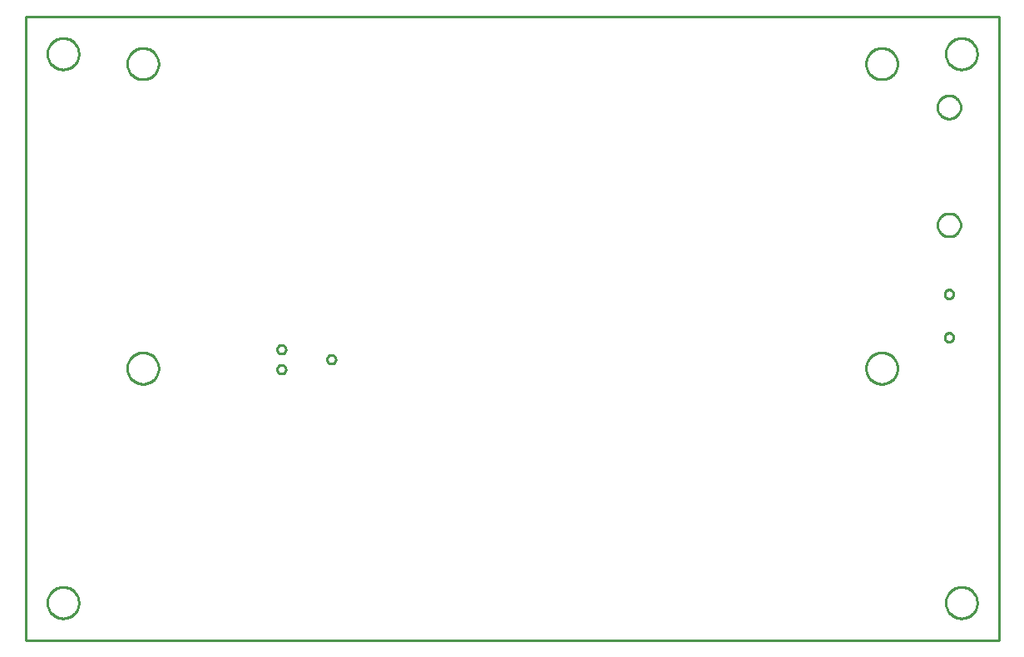
<source format=gbr>
G04 EAGLE Gerber RS-274X export*
G75*
%MOMM*%
%FSLAX34Y34*%
%LPD*%
%IN*%
%IPPOS*%
%AMOC8*
5,1,8,0,0,1.08239X$1,22.5*%
G01*
%ADD10C,0.254000*%


D10*
X0Y0D02*
X990600Y0D01*
X990600Y635000D01*
X0Y635000D01*
X0Y0D01*
X54100Y596376D02*
X54032Y595331D01*
X53895Y594292D01*
X53690Y593265D01*
X53419Y592253D01*
X53083Y591261D01*
X52682Y590293D01*
X52218Y589354D01*
X51695Y588446D01*
X51113Y587575D01*
X50475Y586744D01*
X49784Y585957D01*
X49043Y585216D01*
X48256Y584525D01*
X47425Y583888D01*
X46554Y583306D01*
X45646Y582782D01*
X44707Y582318D01*
X43739Y581917D01*
X42747Y581581D01*
X41735Y581310D01*
X40708Y581105D01*
X39669Y580969D01*
X38624Y580900D01*
X37576Y580900D01*
X36531Y580969D01*
X35492Y581105D01*
X34465Y581310D01*
X33453Y581581D01*
X32461Y581917D01*
X31493Y582318D01*
X30554Y582782D01*
X29646Y583306D01*
X28775Y583888D01*
X27944Y584525D01*
X27157Y585216D01*
X26416Y585957D01*
X25725Y586744D01*
X25088Y587575D01*
X24506Y588446D01*
X23982Y589354D01*
X23518Y590293D01*
X23117Y591261D01*
X22781Y592253D01*
X22510Y593265D01*
X22305Y594292D01*
X22169Y595331D01*
X22100Y596376D01*
X22100Y597424D01*
X22169Y598469D01*
X22305Y599508D01*
X22510Y600535D01*
X22781Y601547D01*
X23117Y602539D01*
X23518Y603507D01*
X23982Y604446D01*
X24506Y605354D01*
X25088Y606225D01*
X25725Y607056D01*
X26416Y607843D01*
X27157Y608584D01*
X27944Y609275D01*
X28775Y609913D01*
X29646Y610495D01*
X30554Y611018D01*
X31493Y611482D01*
X32461Y611883D01*
X33453Y612219D01*
X34465Y612490D01*
X35492Y612695D01*
X36531Y612832D01*
X37576Y612900D01*
X38624Y612900D01*
X39669Y612832D01*
X40708Y612695D01*
X41735Y612490D01*
X42747Y612219D01*
X43739Y611883D01*
X44707Y611482D01*
X45646Y611018D01*
X46554Y610495D01*
X47425Y609913D01*
X48256Y609275D01*
X49043Y608584D01*
X49784Y607843D01*
X50475Y607056D01*
X51113Y606225D01*
X51695Y605354D01*
X52218Y604446D01*
X52682Y603507D01*
X53083Y602539D01*
X53419Y601547D01*
X53690Y600535D01*
X53895Y599508D01*
X54032Y598469D01*
X54100Y597424D01*
X54100Y596376D01*
X54100Y37576D02*
X54032Y36531D01*
X53895Y35492D01*
X53690Y34465D01*
X53419Y33453D01*
X53083Y32461D01*
X52682Y31493D01*
X52218Y30554D01*
X51695Y29646D01*
X51113Y28775D01*
X50475Y27944D01*
X49784Y27157D01*
X49043Y26416D01*
X48256Y25725D01*
X47425Y25088D01*
X46554Y24506D01*
X45646Y23982D01*
X44707Y23518D01*
X43739Y23117D01*
X42747Y22781D01*
X41735Y22510D01*
X40708Y22305D01*
X39669Y22169D01*
X38624Y22100D01*
X37576Y22100D01*
X36531Y22169D01*
X35492Y22305D01*
X34465Y22510D01*
X33453Y22781D01*
X32461Y23117D01*
X31493Y23518D01*
X30554Y23982D01*
X29646Y24506D01*
X28775Y25088D01*
X27944Y25725D01*
X27157Y26416D01*
X26416Y27157D01*
X25725Y27944D01*
X25088Y28775D01*
X24506Y29646D01*
X23982Y30554D01*
X23518Y31493D01*
X23117Y32461D01*
X22781Y33453D01*
X22510Y34465D01*
X22305Y35492D01*
X22169Y36531D01*
X22100Y37576D01*
X22100Y38624D01*
X22169Y39669D01*
X22305Y40708D01*
X22510Y41735D01*
X22781Y42747D01*
X23117Y43739D01*
X23518Y44707D01*
X23982Y45646D01*
X24506Y46554D01*
X25088Y47425D01*
X25725Y48256D01*
X26416Y49043D01*
X27157Y49784D01*
X27944Y50475D01*
X28775Y51113D01*
X29646Y51695D01*
X30554Y52218D01*
X31493Y52682D01*
X32461Y53083D01*
X33453Y53419D01*
X34465Y53690D01*
X35492Y53895D01*
X36531Y54032D01*
X37576Y54100D01*
X38624Y54100D01*
X39669Y54032D01*
X40708Y53895D01*
X41735Y53690D01*
X42747Y53419D01*
X43739Y53083D01*
X44707Y52682D01*
X45646Y52218D01*
X46554Y51695D01*
X47425Y51113D01*
X48256Y50475D01*
X49043Y49784D01*
X49784Y49043D01*
X50475Y48256D01*
X51113Y47425D01*
X51695Y46554D01*
X52218Y45646D01*
X52682Y44707D01*
X53083Y43739D01*
X53419Y42747D01*
X53690Y41735D01*
X53895Y40708D01*
X54032Y39669D01*
X54100Y38624D01*
X54100Y37576D01*
X968500Y596376D02*
X968432Y595331D01*
X968295Y594292D01*
X968090Y593265D01*
X967819Y592253D01*
X967483Y591261D01*
X967082Y590293D01*
X966618Y589354D01*
X966095Y588446D01*
X965513Y587575D01*
X964875Y586744D01*
X964184Y585957D01*
X963443Y585216D01*
X962656Y584525D01*
X961825Y583888D01*
X960954Y583306D01*
X960046Y582782D01*
X959107Y582318D01*
X958139Y581917D01*
X957147Y581581D01*
X956135Y581310D01*
X955108Y581105D01*
X954069Y580969D01*
X953024Y580900D01*
X951976Y580900D01*
X950931Y580969D01*
X949892Y581105D01*
X948865Y581310D01*
X947853Y581581D01*
X946861Y581917D01*
X945893Y582318D01*
X944954Y582782D01*
X944046Y583306D01*
X943175Y583888D01*
X942344Y584525D01*
X941557Y585216D01*
X940816Y585957D01*
X940125Y586744D01*
X939488Y587575D01*
X938906Y588446D01*
X938382Y589354D01*
X937918Y590293D01*
X937517Y591261D01*
X937181Y592253D01*
X936910Y593265D01*
X936705Y594292D01*
X936569Y595331D01*
X936500Y596376D01*
X936500Y597424D01*
X936569Y598469D01*
X936705Y599508D01*
X936910Y600535D01*
X937181Y601547D01*
X937517Y602539D01*
X937918Y603507D01*
X938382Y604446D01*
X938906Y605354D01*
X939488Y606225D01*
X940125Y607056D01*
X940816Y607843D01*
X941557Y608584D01*
X942344Y609275D01*
X943175Y609913D01*
X944046Y610495D01*
X944954Y611018D01*
X945893Y611482D01*
X946861Y611883D01*
X947853Y612219D01*
X948865Y612490D01*
X949892Y612695D01*
X950931Y612832D01*
X951976Y612900D01*
X953024Y612900D01*
X954069Y612832D01*
X955108Y612695D01*
X956135Y612490D01*
X957147Y612219D01*
X958139Y611883D01*
X959107Y611482D01*
X960046Y611018D01*
X960954Y610495D01*
X961825Y609913D01*
X962656Y609275D01*
X963443Y608584D01*
X964184Y607843D01*
X964875Y607056D01*
X965513Y606225D01*
X966095Y605354D01*
X966618Y604446D01*
X967082Y603507D01*
X967483Y602539D01*
X967819Y601547D01*
X968090Y600535D01*
X968295Y599508D01*
X968432Y598469D01*
X968500Y597424D01*
X968500Y596376D01*
X968500Y37576D02*
X968432Y36531D01*
X968295Y35492D01*
X968090Y34465D01*
X967819Y33453D01*
X967483Y32461D01*
X967082Y31493D01*
X966618Y30554D01*
X966095Y29646D01*
X965513Y28775D01*
X964875Y27944D01*
X964184Y27157D01*
X963443Y26416D01*
X962656Y25725D01*
X961825Y25088D01*
X960954Y24506D01*
X960046Y23982D01*
X959107Y23518D01*
X958139Y23117D01*
X957147Y22781D01*
X956135Y22510D01*
X955108Y22305D01*
X954069Y22169D01*
X953024Y22100D01*
X951976Y22100D01*
X950931Y22169D01*
X949892Y22305D01*
X948865Y22510D01*
X947853Y22781D01*
X946861Y23117D01*
X945893Y23518D01*
X944954Y23982D01*
X944046Y24506D01*
X943175Y25088D01*
X942344Y25725D01*
X941557Y26416D01*
X940816Y27157D01*
X940125Y27944D01*
X939488Y28775D01*
X938906Y29646D01*
X938382Y30554D01*
X937918Y31493D01*
X937517Y32461D01*
X937181Y33453D01*
X936910Y34465D01*
X936705Y35492D01*
X936569Y36531D01*
X936500Y37576D01*
X936500Y38624D01*
X936569Y39669D01*
X936705Y40708D01*
X936910Y41735D01*
X937181Y42747D01*
X937517Y43739D01*
X937918Y44707D01*
X938382Y45646D01*
X938906Y46554D01*
X939488Y47425D01*
X940125Y48256D01*
X940816Y49043D01*
X941557Y49784D01*
X942344Y50475D01*
X943175Y51113D01*
X944046Y51695D01*
X944954Y52218D01*
X945893Y52682D01*
X946861Y53083D01*
X947853Y53419D01*
X948865Y53690D01*
X949892Y53895D01*
X950931Y54032D01*
X951976Y54100D01*
X953024Y54100D01*
X954069Y54032D01*
X955108Y53895D01*
X956135Y53690D01*
X957147Y53419D01*
X958139Y53083D01*
X959107Y52682D01*
X960046Y52218D01*
X960954Y51695D01*
X961825Y51113D01*
X962656Y50475D01*
X963443Y49784D01*
X964184Y49043D01*
X964875Y48256D01*
X965513Y47425D01*
X966095Y46554D01*
X966618Y45646D01*
X967082Y44707D01*
X967483Y43739D01*
X967819Y42747D01*
X968090Y41735D01*
X968295Y40708D01*
X968432Y39669D01*
X968500Y38624D01*
X968500Y37576D01*
X306705Y285459D02*
X306781Y284881D01*
X306932Y284318D01*
X307155Y283780D01*
X307446Y283275D01*
X307801Y282813D01*
X308213Y282401D01*
X308675Y282046D01*
X309180Y281755D01*
X309718Y281532D01*
X310281Y281381D01*
X310859Y281305D01*
X311441Y281305D01*
X312019Y281381D01*
X312582Y281532D01*
X313120Y281755D01*
X313625Y282046D01*
X314087Y282401D01*
X314499Y282813D01*
X314854Y283275D01*
X315145Y283780D01*
X315368Y284318D01*
X315519Y284881D01*
X315595Y285459D01*
X315595Y286041D01*
X315519Y286619D01*
X315368Y287182D01*
X315145Y287720D01*
X314854Y288225D01*
X314499Y288687D01*
X314087Y289099D01*
X313625Y289454D01*
X313120Y289745D01*
X312582Y289968D01*
X312019Y290119D01*
X311441Y290195D01*
X310859Y290195D01*
X310281Y290119D01*
X309718Y289968D01*
X309180Y289745D01*
X308675Y289454D01*
X308213Y289099D01*
X307801Y288687D01*
X307446Y288225D01*
X307155Y287720D01*
X306932Y287182D01*
X306781Y286619D01*
X306705Y286041D01*
X306705Y285459D01*
X255905Y275299D02*
X255981Y274721D01*
X256132Y274158D01*
X256355Y273620D01*
X256646Y273115D01*
X257001Y272653D01*
X257413Y272241D01*
X257875Y271886D01*
X258380Y271595D01*
X258918Y271372D01*
X259481Y271221D01*
X260059Y271145D01*
X260641Y271145D01*
X261219Y271221D01*
X261782Y271372D01*
X262320Y271595D01*
X262825Y271886D01*
X263287Y272241D01*
X263699Y272653D01*
X264054Y273115D01*
X264345Y273620D01*
X264568Y274158D01*
X264719Y274721D01*
X264795Y275299D01*
X264795Y275881D01*
X264719Y276459D01*
X264568Y277022D01*
X264345Y277560D01*
X264054Y278065D01*
X263699Y278527D01*
X263287Y278939D01*
X262825Y279294D01*
X262320Y279585D01*
X261782Y279808D01*
X261219Y279959D01*
X260641Y280035D01*
X260059Y280035D01*
X259481Y279959D01*
X258918Y279808D01*
X258380Y279585D01*
X257875Y279294D01*
X257413Y278939D01*
X257001Y278527D01*
X256646Y278065D01*
X256355Y277560D01*
X256132Y277022D01*
X255981Y276459D01*
X255905Y275881D01*
X255905Y275299D01*
X255905Y295619D02*
X255981Y295041D01*
X256132Y294478D01*
X256355Y293940D01*
X256646Y293435D01*
X257001Y292973D01*
X257413Y292561D01*
X257875Y292206D01*
X258380Y291915D01*
X258918Y291692D01*
X259481Y291541D01*
X260059Y291465D01*
X260641Y291465D01*
X261219Y291541D01*
X261782Y291692D01*
X262320Y291915D01*
X262825Y292206D01*
X263287Y292561D01*
X263699Y292973D01*
X264054Y293435D01*
X264345Y293940D01*
X264568Y294478D01*
X264719Y295041D01*
X264795Y295619D01*
X264795Y296201D01*
X264719Y296779D01*
X264568Y297342D01*
X264345Y297880D01*
X264054Y298385D01*
X263699Y298847D01*
X263287Y299259D01*
X262825Y299614D01*
X262320Y299905D01*
X261782Y300128D01*
X261219Y300279D01*
X260641Y300355D01*
X260059Y300355D01*
X259481Y300279D01*
X258918Y300128D01*
X258380Y299905D01*
X257875Y299614D01*
X257413Y299259D01*
X257001Y298847D01*
X256646Y298385D01*
X256355Y297880D01*
X256132Y297342D01*
X255981Y296779D01*
X255905Y296201D01*
X255905Y295619D01*
X935300Y351905D02*
X935377Y351320D01*
X935530Y350750D01*
X935755Y350205D01*
X936050Y349695D01*
X936409Y349227D01*
X936827Y348809D01*
X937295Y348450D01*
X937805Y348155D01*
X938350Y347930D01*
X938920Y347777D01*
X939505Y347700D01*
X940095Y347700D01*
X940680Y347777D01*
X941250Y347930D01*
X941795Y348155D01*
X942305Y348450D01*
X942773Y348809D01*
X943191Y349227D01*
X943550Y349695D01*
X943845Y350205D01*
X944070Y350750D01*
X944223Y351320D01*
X944300Y351905D01*
X944300Y352495D01*
X944223Y353080D01*
X944070Y353650D01*
X943845Y354195D01*
X943550Y354705D01*
X943191Y355173D01*
X942773Y355591D01*
X942305Y355950D01*
X941795Y356245D01*
X941250Y356470D01*
X940680Y356623D01*
X940095Y356700D01*
X939505Y356700D01*
X938920Y356623D01*
X938350Y356470D01*
X937805Y356245D01*
X937295Y355950D01*
X936827Y355591D01*
X936409Y355173D01*
X936050Y354705D01*
X935755Y354195D01*
X935530Y353650D01*
X935377Y353080D01*
X935300Y352495D01*
X935300Y351905D01*
X935300Y307905D02*
X935377Y307320D01*
X935530Y306750D01*
X935755Y306205D01*
X936050Y305695D01*
X936409Y305227D01*
X936827Y304809D01*
X937295Y304450D01*
X937805Y304155D01*
X938350Y303930D01*
X938920Y303777D01*
X939505Y303700D01*
X940095Y303700D01*
X940680Y303777D01*
X941250Y303930D01*
X941795Y304155D01*
X942305Y304450D01*
X942773Y304809D01*
X943191Y305227D01*
X943550Y305695D01*
X943845Y306205D01*
X944070Y306750D01*
X944223Y307320D01*
X944300Y307905D01*
X944300Y308495D01*
X944223Y309080D01*
X944070Y309650D01*
X943845Y310195D01*
X943550Y310705D01*
X943191Y311173D01*
X942773Y311591D01*
X942305Y311950D01*
X941795Y312245D01*
X941250Y312470D01*
X940680Y312623D01*
X940095Y312700D01*
X939505Y312700D01*
X938920Y312623D01*
X938350Y312470D01*
X937805Y312245D01*
X937295Y311950D01*
X936827Y311591D01*
X936409Y311173D01*
X936050Y310705D01*
X935755Y310195D01*
X935530Y309650D01*
X935377Y309080D01*
X935300Y308495D01*
X935300Y307905D01*
X135300Y586276D02*
X135232Y585231D01*
X135095Y584192D01*
X134890Y583165D01*
X134619Y582153D01*
X134283Y581161D01*
X133882Y580193D01*
X133418Y579254D01*
X132895Y578346D01*
X132313Y577475D01*
X131675Y576644D01*
X130984Y575857D01*
X130243Y575116D01*
X129456Y574425D01*
X128625Y573788D01*
X127754Y573206D01*
X126846Y572682D01*
X125907Y572218D01*
X124939Y571817D01*
X123947Y571481D01*
X122935Y571210D01*
X121908Y571005D01*
X120869Y570869D01*
X119824Y570800D01*
X118776Y570800D01*
X117731Y570869D01*
X116692Y571005D01*
X115665Y571210D01*
X114653Y571481D01*
X113661Y571817D01*
X112693Y572218D01*
X111754Y572682D01*
X110846Y573206D01*
X109975Y573788D01*
X109144Y574425D01*
X108357Y575116D01*
X107616Y575857D01*
X106925Y576644D01*
X106288Y577475D01*
X105706Y578346D01*
X105182Y579254D01*
X104718Y580193D01*
X104317Y581161D01*
X103981Y582153D01*
X103710Y583165D01*
X103505Y584192D01*
X103369Y585231D01*
X103300Y586276D01*
X103300Y587324D01*
X103369Y588369D01*
X103505Y589408D01*
X103710Y590435D01*
X103981Y591447D01*
X104317Y592439D01*
X104718Y593407D01*
X105182Y594346D01*
X105706Y595254D01*
X106288Y596125D01*
X106925Y596956D01*
X107616Y597743D01*
X108357Y598484D01*
X109144Y599175D01*
X109975Y599813D01*
X110846Y600395D01*
X111754Y600918D01*
X112693Y601382D01*
X113661Y601783D01*
X114653Y602119D01*
X115665Y602390D01*
X116692Y602595D01*
X117731Y602732D01*
X118776Y602800D01*
X119824Y602800D01*
X120869Y602732D01*
X121908Y602595D01*
X122935Y602390D01*
X123947Y602119D01*
X124939Y601783D01*
X125907Y601382D01*
X126846Y600918D01*
X127754Y600395D01*
X128625Y599813D01*
X129456Y599175D01*
X130243Y598484D01*
X130984Y597743D01*
X131675Y596956D01*
X132313Y596125D01*
X132895Y595254D01*
X133418Y594346D01*
X133882Y593407D01*
X134283Y592439D01*
X134619Y591447D01*
X134890Y590435D01*
X135095Y589408D01*
X135232Y588369D01*
X135300Y587324D01*
X135300Y586276D01*
X135300Y276276D02*
X135232Y275231D01*
X135095Y274192D01*
X134890Y273165D01*
X134619Y272153D01*
X134283Y271161D01*
X133882Y270193D01*
X133418Y269254D01*
X132895Y268346D01*
X132313Y267475D01*
X131675Y266644D01*
X130984Y265857D01*
X130243Y265116D01*
X129456Y264425D01*
X128625Y263788D01*
X127754Y263206D01*
X126846Y262682D01*
X125907Y262218D01*
X124939Y261817D01*
X123947Y261481D01*
X122935Y261210D01*
X121908Y261005D01*
X120869Y260869D01*
X119824Y260800D01*
X118776Y260800D01*
X117731Y260869D01*
X116692Y261005D01*
X115665Y261210D01*
X114653Y261481D01*
X113661Y261817D01*
X112693Y262218D01*
X111754Y262682D01*
X110846Y263206D01*
X109975Y263788D01*
X109144Y264425D01*
X108357Y265116D01*
X107616Y265857D01*
X106925Y266644D01*
X106288Y267475D01*
X105706Y268346D01*
X105182Y269254D01*
X104718Y270193D01*
X104317Y271161D01*
X103981Y272153D01*
X103710Y273165D01*
X103505Y274192D01*
X103369Y275231D01*
X103300Y276276D01*
X103300Y277324D01*
X103369Y278369D01*
X103505Y279408D01*
X103710Y280435D01*
X103981Y281447D01*
X104317Y282439D01*
X104718Y283407D01*
X105182Y284346D01*
X105706Y285254D01*
X106288Y286125D01*
X106925Y286956D01*
X107616Y287743D01*
X108357Y288484D01*
X109144Y289175D01*
X109975Y289813D01*
X110846Y290395D01*
X111754Y290918D01*
X112693Y291382D01*
X113661Y291783D01*
X114653Y292119D01*
X115665Y292390D01*
X116692Y292595D01*
X117731Y292732D01*
X118776Y292800D01*
X119824Y292800D01*
X120869Y292732D01*
X121908Y292595D01*
X122935Y292390D01*
X123947Y292119D01*
X124939Y291783D01*
X125907Y291382D01*
X126846Y290918D01*
X127754Y290395D01*
X128625Y289813D01*
X129456Y289175D01*
X130243Y288484D01*
X130984Y287743D01*
X131675Y286956D01*
X132313Y286125D01*
X132895Y285254D01*
X133418Y284346D01*
X133882Y283407D01*
X134283Y282439D01*
X134619Y281447D01*
X134890Y280435D01*
X135095Y279408D01*
X135232Y278369D01*
X135300Y277324D01*
X135300Y276276D01*
X887300Y276276D02*
X887232Y275231D01*
X887095Y274192D01*
X886890Y273165D01*
X886619Y272153D01*
X886283Y271161D01*
X885882Y270193D01*
X885418Y269254D01*
X884895Y268346D01*
X884313Y267475D01*
X883675Y266644D01*
X882984Y265857D01*
X882243Y265116D01*
X881456Y264425D01*
X880625Y263788D01*
X879754Y263206D01*
X878846Y262682D01*
X877907Y262218D01*
X876939Y261817D01*
X875947Y261481D01*
X874935Y261210D01*
X873908Y261005D01*
X872869Y260869D01*
X871824Y260800D01*
X870776Y260800D01*
X869731Y260869D01*
X868692Y261005D01*
X867665Y261210D01*
X866653Y261481D01*
X865661Y261817D01*
X864693Y262218D01*
X863754Y262682D01*
X862846Y263206D01*
X861975Y263788D01*
X861144Y264425D01*
X860357Y265116D01*
X859616Y265857D01*
X858925Y266644D01*
X858288Y267475D01*
X857706Y268346D01*
X857182Y269254D01*
X856718Y270193D01*
X856317Y271161D01*
X855981Y272153D01*
X855710Y273165D01*
X855505Y274192D01*
X855369Y275231D01*
X855300Y276276D01*
X855300Y277324D01*
X855369Y278369D01*
X855505Y279408D01*
X855710Y280435D01*
X855981Y281447D01*
X856317Y282439D01*
X856718Y283407D01*
X857182Y284346D01*
X857706Y285254D01*
X858288Y286125D01*
X858925Y286956D01*
X859616Y287743D01*
X860357Y288484D01*
X861144Y289175D01*
X861975Y289813D01*
X862846Y290395D01*
X863754Y290918D01*
X864693Y291382D01*
X865661Y291783D01*
X866653Y292119D01*
X867665Y292390D01*
X868692Y292595D01*
X869731Y292732D01*
X870776Y292800D01*
X871824Y292800D01*
X872869Y292732D01*
X873908Y292595D01*
X874935Y292390D01*
X875947Y292119D01*
X876939Y291783D01*
X877907Y291382D01*
X878846Y290918D01*
X879754Y290395D01*
X880625Y289813D01*
X881456Y289175D01*
X882243Y288484D01*
X882984Y287743D01*
X883675Y286956D01*
X884313Y286125D01*
X884895Y285254D01*
X885418Y284346D01*
X885882Y283407D01*
X886283Y282439D01*
X886619Y281447D01*
X886890Y280435D01*
X887095Y279408D01*
X887232Y278369D01*
X887300Y277324D01*
X887300Y276276D01*
X887300Y586276D02*
X887232Y585231D01*
X887095Y584192D01*
X886890Y583165D01*
X886619Y582153D01*
X886283Y581161D01*
X885882Y580193D01*
X885418Y579254D01*
X884895Y578346D01*
X884313Y577475D01*
X883675Y576644D01*
X882984Y575857D01*
X882243Y575116D01*
X881456Y574425D01*
X880625Y573788D01*
X879754Y573206D01*
X878846Y572682D01*
X877907Y572218D01*
X876939Y571817D01*
X875947Y571481D01*
X874935Y571210D01*
X873908Y571005D01*
X872869Y570869D01*
X871824Y570800D01*
X870776Y570800D01*
X869731Y570869D01*
X868692Y571005D01*
X867665Y571210D01*
X866653Y571481D01*
X865661Y571817D01*
X864693Y572218D01*
X863754Y572682D01*
X862846Y573206D01*
X861975Y573788D01*
X861144Y574425D01*
X860357Y575116D01*
X859616Y575857D01*
X858925Y576644D01*
X858288Y577475D01*
X857706Y578346D01*
X857182Y579254D01*
X856718Y580193D01*
X856317Y581161D01*
X855981Y582153D01*
X855710Y583165D01*
X855505Y584192D01*
X855369Y585231D01*
X855300Y586276D01*
X855300Y587324D01*
X855369Y588369D01*
X855505Y589408D01*
X855710Y590435D01*
X855981Y591447D01*
X856317Y592439D01*
X856718Y593407D01*
X857182Y594346D01*
X857706Y595254D01*
X858288Y596125D01*
X858925Y596956D01*
X859616Y597743D01*
X860357Y598484D01*
X861144Y599175D01*
X861975Y599813D01*
X862846Y600395D01*
X863754Y600918D01*
X864693Y601382D01*
X865661Y601783D01*
X866653Y602119D01*
X867665Y602390D01*
X868692Y602595D01*
X869731Y602732D01*
X870776Y602800D01*
X871824Y602800D01*
X872869Y602732D01*
X873908Y602595D01*
X874935Y602390D01*
X875947Y602119D01*
X876939Y601783D01*
X877907Y601382D01*
X878846Y600918D01*
X879754Y600395D01*
X880625Y599813D01*
X881456Y599175D01*
X882243Y598484D01*
X882984Y597743D01*
X883675Y596956D01*
X884313Y596125D01*
X884895Y595254D01*
X885418Y594346D01*
X885882Y593407D01*
X886283Y592439D01*
X886619Y591447D01*
X886890Y590435D01*
X887095Y589408D01*
X887232Y588369D01*
X887300Y587324D01*
X887300Y586276D01*
X940264Y530800D02*
X941188Y530873D01*
X942104Y531018D01*
X943005Y531234D01*
X943887Y531521D01*
X944744Y531876D01*
X945570Y532297D01*
X946361Y532781D01*
X947111Y533326D01*
X947816Y533928D01*
X948472Y534584D01*
X949074Y535289D01*
X949619Y536039D01*
X950103Y536830D01*
X950524Y537656D01*
X950879Y538513D01*
X951166Y539395D01*
X951382Y540296D01*
X951527Y541212D01*
X951600Y542136D01*
X951600Y543064D01*
X951527Y543988D01*
X951382Y544904D01*
X951166Y545805D01*
X950879Y546687D01*
X950524Y547544D01*
X950103Y548370D01*
X949619Y549161D01*
X949074Y549911D01*
X948472Y550616D01*
X947816Y551272D01*
X947111Y551874D01*
X946361Y552419D01*
X945570Y552903D01*
X944744Y553324D01*
X943887Y553679D01*
X943005Y553966D01*
X942104Y554182D01*
X941188Y554327D01*
X940264Y554400D01*
X939336Y554400D01*
X938412Y554327D01*
X937496Y554182D01*
X936595Y553966D01*
X935713Y553679D01*
X934856Y553324D01*
X934030Y552903D01*
X933239Y552419D01*
X932489Y551874D01*
X931784Y551272D01*
X931128Y550616D01*
X930526Y549911D01*
X929981Y549161D01*
X929497Y548370D01*
X929076Y547544D01*
X928721Y546687D01*
X928434Y545805D01*
X928218Y544904D01*
X928073Y543988D01*
X928000Y543064D01*
X928000Y542136D01*
X928073Y541212D01*
X928218Y540296D01*
X928434Y539395D01*
X928721Y538513D01*
X929076Y537656D01*
X929497Y536830D01*
X929981Y536039D01*
X930526Y535289D01*
X931128Y534584D01*
X931784Y533928D01*
X932489Y533326D01*
X933239Y532781D01*
X934030Y532297D01*
X934856Y531876D01*
X935713Y531521D01*
X936595Y531234D01*
X937496Y531018D01*
X938412Y530873D01*
X939336Y530800D01*
X940264Y530800D01*
X940264Y410800D02*
X941188Y410873D01*
X942104Y411018D01*
X943005Y411234D01*
X943887Y411521D01*
X944744Y411876D01*
X945570Y412297D01*
X946361Y412781D01*
X947111Y413326D01*
X947816Y413928D01*
X948472Y414584D01*
X949074Y415289D01*
X949619Y416039D01*
X950103Y416830D01*
X950524Y417656D01*
X950879Y418513D01*
X951166Y419395D01*
X951382Y420296D01*
X951527Y421212D01*
X951600Y422136D01*
X951600Y423064D01*
X951527Y423988D01*
X951382Y424904D01*
X951166Y425805D01*
X950879Y426687D01*
X950524Y427544D01*
X950103Y428370D01*
X949619Y429161D01*
X949074Y429911D01*
X948472Y430616D01*
X947816Y431272D01*
X947111Y431874D01*
X946361Y432419D01*
X945570Y432903D01*
X944744Y433324D01*
X943887Y433679D01*
X943005Y433966D01*
X942104Y434182D01*
X941188Y434327D01*
X940264Y434400D01*
X939336Y434400D01*
X938412Y434327D01*
X937496Y434182D01*
X936595Y433966D01*
X935713Y433679D01*
X934856Y433324D01*
X934030Y432903D01*
X933239Y432419D01*
X932489Y431874D01*
X931784Y431272D01*
X931128Y430616D01*
X930526Y429911D01*
X929981Y429161D01*
X929497Y428370D01*
X929076Y427544D01*
X928721Y426687D01*
X928434Y425805D01*
X928218Y424904D01*
X928073Y423988D01*
X928000Y423064D01*
X928000Y422136D01*
X928073Y421212D01*
X928218Y420296D01*
X928434Y419395D01*
X928721Y418513D01*
X929076Y417656D01*
X929497Y416830D01*
X929981Y416039D01*
X930526Y415289D01*
X931128Y414584D01*
X931784Y413928D01*
X932489Y413326D01*
X933239Y412781D01*
X934030Y412297D01*
X934856Y411876D01*
X935713Y411521D01*
X936595Y411234D01*
X937496Y411018D01*
X938412Y410873D01*
X939336Y410800D01*
X940264Y410800D01*
M02*

</source>
